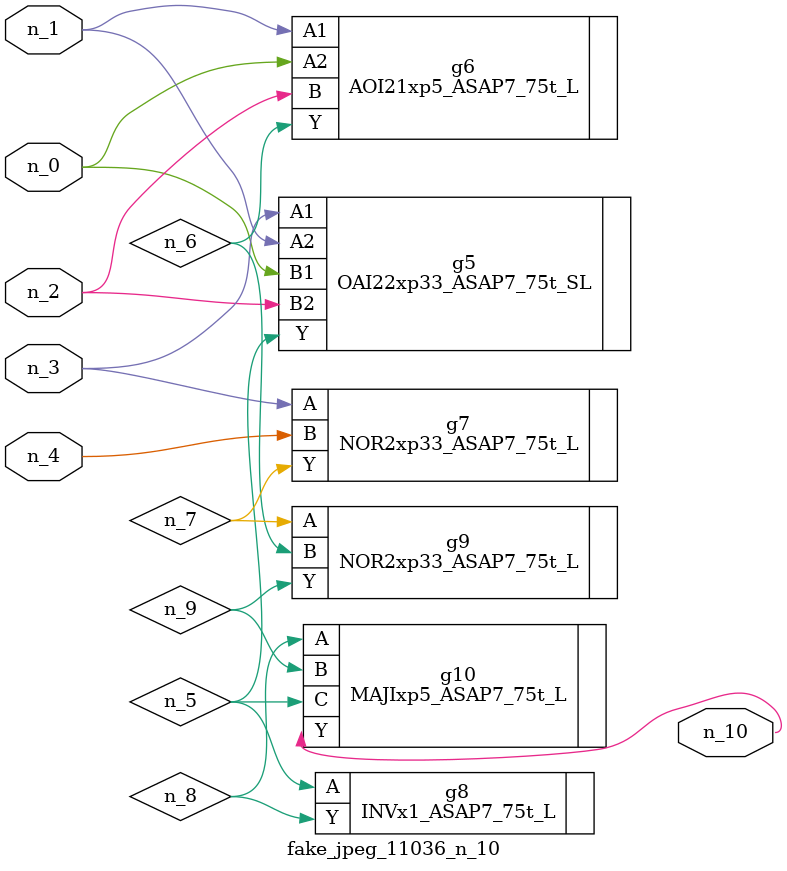
<source format=v>
module fake_jpeg_11036_n_10 (n_3, n_2, n_1, n_0, n_4, n_10);

input n_3;
input n_2;
input n_1;
input n_0;
input n_4;

output n_10;

wire n_8;
wire n_9;
wire n_6;
wire n_5;
wire n_7;

OAI22xp33_ASAP7_75t_SL g5 ( 
.A1(n_3),
.A2(n_1),
.B1(n_0),
.B2(n_2),
.Y(n_5)
);

AOI21xp5_ASAP7_75t_L g6 ( 
.A1(n_1),
.A2(n_0),
.B(n_2),
.Y(n_6)
);

NOR2xp33_ASAP7_75t_L g7 ( 
.A(n_3),
.B(n_4),
.Y(n_7)
);

INVx1_ASAP7_75t_L g8 ( 
.A(n_5),
.Y(n_8)
);

MAJIxp5_ASAP7_75t_L g10 ( 
.A(n_8),
.B(n_9),
.C(n_5),
.Y(n_10)
);

NOR2xp33_ASAP7_75t_L g9 ( 
.A(n_7),
.B(n_6),
.Y(n_9)
);


endmodule
</source>
